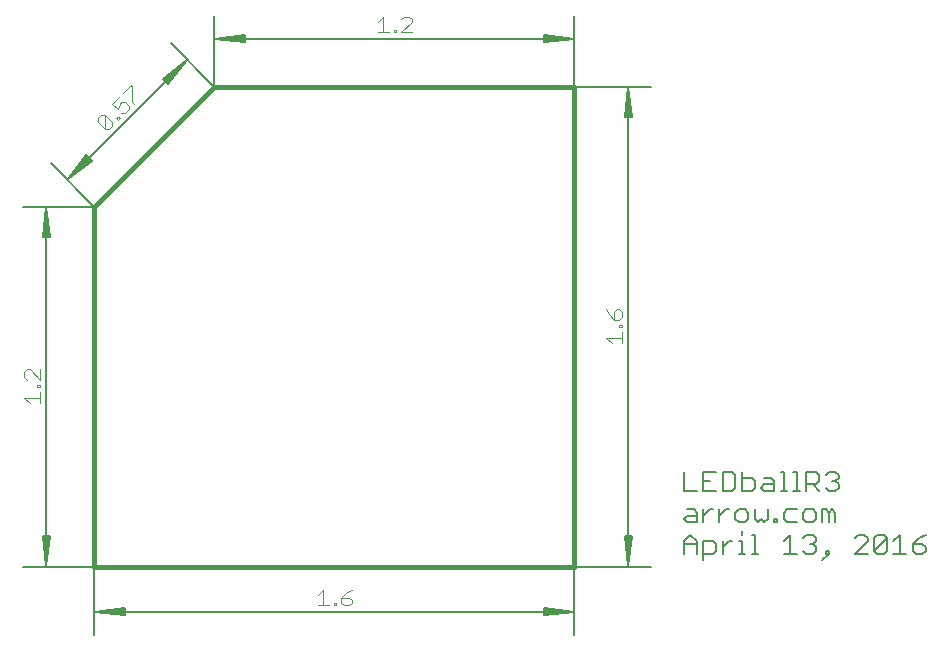
<source format=gm1>
G75*
%MOIN*%
%OFA0B0*%
%FSLAX25Y25*%
%IPPOS*%
%LPD*%
%AMOC8*
5,1,8,0,0,1.08239X$1,22.5*
%
%ADD10C,0.01600*%
%ADD11C,0.00512*%
%ADD12C,0.00400*%
%ADD13C,0.00600*%
D10*
X0026378Y0023933D02*
X0186378Y0023933D01*
X0186378Y0183933D01*
X0066378Y0183933D01*
X0026378Y0143933D01*
X0026378Y0023933D01*
D11*
X0026378Y0001256D01*
X0026634Y0008933D02*
X0036615Y0007909D01*
X0036615Y0007676D02*
X0026634Y0008933D01*
X0036615Y0009957D01*
X0036615Y0010190D02*
X0036615Y0007676D01*
X0036615Y0008421D02*
X0026634Y0008933D01*
X0036615Y0009445D01*
X0036615Y0010190D02*
X0026634Y0008933D01*
X0186123Y0008933D01*
X0176142Y0007909D01*
X0176142Y0007676D02*
X0186123Y0008933D01*
X0176142Y0009957D01*
X0176142Y0010190D02*
X0176142Y0007676D01*
X0176142Y0008421D02*
X0186123Y0008933D01*
X0176142Y0009445D01*
X0176142Y0010190D02*
X0186123Y0008933D01*
X0186378Y0001256D02*
X0186378Y0023933D01*
X0212056Y0023933D01*
X0204378Y0024189D02*
X0205402Y0034169D01*
X0205635Y0034169D02*
X0204378Y0024189D01*
X0203355Y0034169D01*
X0203122Y0034169D02*
X0205635Y0034169D01*
X0204890Y0034169D02*
X0204378Y0024189D01*
X0203867Y0034169D01*
X0203122Y0034169D02*
X0204378Y0024189D01*
X0204378Y0183677D01*
X0205402Y0173697D01*
X0205635Y0173697D02*
X0204378Y0183677D01*
X0203355Y0173697D01*
X0203122Y0173697D02*
X0205635Y0173697D01*
X0204890Y0173697D02*
X0204378Y0183677D01*
X0203867Y0173697D01*
X0203122Y0173697D02*
X0204378Y0183677D01*
X0212056Y0183933D02*
X0186378Y0183933D01*
X0186378Y0207610D01*
X0186123Y0199933D02*
X0176142Y0200957D01*
X0176142Y0201190D02*
X0176142Y0198676D01*
X0186123Y0199933D01*
X0176142Y0198909D01*
X0176142Y0199421D02*
X0186123Y0199933D01*
X0176142Y0200445D01*
X0176142Y0201190D02*
X0186123Y0199933D01*
X0066634Y0199933D01*
X0076615Y0198909D01*
X0076615Y0198676D02*
X0066634Y0199933D01*
X0076615Y0200957D01*
X0076615Y0201190D02*
X0076615Y0198676D01*
X0076615Y0199421D02*
X0066634Y0199933D01*
X0076615Y0200445D01*
X0076615Y0201190D02*
X0066634Y0199933D01*
X0066378Y0207610D02*
X0066378Y0183933D01*
X0051950Y0198362D01*
X0057198Y0192752D02*
X0050864Y0184971D01*
X0051029Y0184806D02*
X0057198Y0192752D01*
X0049417Y0186419D01*
X0049252Y0186584D02*
X0051029Y0184806D01*
X0050502Y0185333D02*
X0057198Y0192752D01*
X0049778Y0186057D01*
X0049252Y0186584D02*
X0057198Y0192752D01*
X0017559Y0153114D01*
X0025340Y0159447D01*
X0025505Y0159282D02*
X0017559Y0153114D01*
X0023893Y0160895D01*
X0023728Y0161060D02*
X0025505Y0159282D01*
X0024978Y0159809D02*
X0017559Y0153114D01*
X0024255Y0160533D01*
X0023728Y0161060D02*
X0017559Y0153114D01*
X0011950Y0158362D02*
X0026378Y0143933D01*
X0002701Y0143933D01*
X0010378Y0143677D02*
X0011402Y0133697D01*
X0011635Y0133697D02*
X0010378Y0143677D01*
X0009355Y0133697D01*
X0009122Y0133697D02*
X0011635Y0133697D01*
X0010890Y0133697D02*
X0010378Y0143677D01*
X0009867Y0133697D01*
X0009122Y0133697D02*
X0010378Y0143677D01*
X0010378Y0024189D01*
X0011402Y0034169D01*
X0011635Y0034169D02*
X0010378Y0024189D01*
X0009355Y0034169D01*
X0009122Y0034169D02*
X0011635Y0034169D01*
X0010890Y0034169D02*
X0010378Y0024189D01*
X0009867Y0034169D01*
X0009122Y0034169D02*
X0010378Y0024189D01*
X0002701Y0023933D02*
X0026378Y0023933D01*
D12*
X0101009Y0014515D02*
X0102743Y0016249D01*
X0102743Y0011045D01*
X0101009Y0011045D02*
X0104478Y0011045D01*
X0106165Y0011045D02*
X0107032Y0011045D01*
X0107032Y0011912D01*
X0106165Y0011912D01*
X0106165Y0011045D01*
X0108743Y0011912D02*
X0108743Y0013647D01*
X0111345Y0013647D01*
X0112213Y0012780D01*
X0112213Y0011912D01*
X0111345Y0011045D01*
X0109611Y0011045D01*
X0108743Y0011912D01*
X0108743Y0013647D02*
X0110478Y0015382D01*
X0112213Y0016249D01*
X0008267Y0078563D02*
X0008267Y0082033D01*
X0008267Y0083720D02*
X0008267Y0084587D01*
X0007399Y0084587D01*
X0007399Y0083720D01*
X0008267Y0083720D01*
X0008267Y0080298D02*
X0003062Y0080298D01*
X0004797Y0078563D01*
X0003930Y0086298D02*
X0003062Y0087165D01*
X0003062Y0088900D01*
X0003930Y0089767D01*
X0004797Y0089767D01*
X0008267Y0086298D01*
X0008267Y0089767D01*
X0029934Y0169702D02*
X0029934Y0174609D01*
X0032388Y0172155D01*
X0032388Y0170929D01*
X0031161Y0169702D01*
X0029934Y0169702D01*
X0027481Y0172155D01*
X0027481Y0173382D01*
X0028707Y0174609D01*
X0029934Y0174609D01*
X0033580Y0173348D02*
X0034194Y0173961D01*
X0034807Y0173348D01*
X0034194Y0172735D01*
X0033580Y0173348D01*
X0035403Y0175171D02*
X0036630Y0175171D01*
X0037857Y0176398D01*
X0037857Y0177625D01*
X0036630Y0178851D01*
X0035403Y0178851D01*
X0034790Y0178238D01*
X0034177Y0176398D01*
X0032337Y0178238D01*
X0034790Y0180691D01*
X0035983Y0181884D02*
X0038436Y0184337D01*
X0039049Y0183724D01*
X0039049Y0178817D01*
X0039663Y0178204D01*
X0121009Y0202045D02*
X0124478Y0202045D01*
X0126165Y0202045D02*
X0127032Y0202045D01*
X0127032Y0202912D01*
X0126165Y0202912D01*
X0126165Y0202045D01*
X0128743Y0202045D02*
X0132213Y0205515D01*
X0132213Y0206382D01*
X0131345Y0207249D01*
X0129611Y0207249D01*
X0128743Y0206382D01*
X0128743Y0202045D02*
X0132213Y0202045D01*
X0122743Y0202045D02*
X0122743Y0207249D01*
X0121009Y0205515D01*
X0197062Y0109767D02*
X0197930Y0108033D01*
X0199664Y0106298D01*
X0199664Y0108900D01*
X0200532Y0109767D01*
X0201399Y0109767D01*
X0202267Y0108900D01*
X0202267Y0107165D01*
X0201399Y0106298D01*
X0199664Y0106298D01*
X0201399Y0104587D02*
X0202267Y0104587D01*
X0202267Y0103720D01*
X0201399Y0103720D01*
X0201399Y0104587D01*
X0202267Y0102033D02*
X0202267Y0098563D01*
X0202267Y0100298D02*
X0197062Y0100298D01*
X0198797Y0098563D01*
D13*
X0222878Y0055639D02*
X0222878Y0049233D01*
X0227149Y0049233D01*
X0229324Y0049233D02*
X0233594Y0049233D01*
X0235769Y0049233D02*
X0238972Y0049233D01*
X0240040Y0050301D01*
X0240040Y0054571D01*
X0238972Y0055639D01*
X0235769Y0055639D01*
X0235769Y0049233D01*
X0231459Y0052436D02*
X0229324Y0052436D01*
X0229324Y0055639D02*
X0229324Y0049233D01*
X0229324Y0043003D02*
X0229324Y0038733D01*
X0229324Y0040868D02*
X0231459Y0043003D01*
X0232527Y0043003D01*
X0234695Y0043003D02*
X0234695Y0038733D01*
X0234695Y0040868D02*
X0236830Y0043003D01*
X0237898Y0043003D01*
X0240066Y0041936D02*
X0240066Y0039801D01*
X0241134Y0038733D01*
X0243269Y0038733D01*
X0244337Y0039801D01*
X0244337Y0041936D01*
X0243269Y0043003D01*
X0241134Y0043003D01*
X0240066Y0041936D01*
X0246512Y0043003D02*
X0246512Y0039801D01*
X0247580Y0038733D01*
X0248647Y0039801D01*
X0249715Y0038733D01*
X0250782Y0039801D01*
X0250782Y0043003D01*
X0252957Y0039801D02*
X0254025Y0039801D01*
X0254025Y0038733D01*
X0252957Y0038733D01*
X0252957Y0039801D01*
X0256180Y0039801D02*
X0257248Y0038733D01*
X0260451Y0038733D01*
X0262626Y0039801D02*
X0262626Y0041936D01*
X0263693Y0043003D01*
X0265828Y0043003D01*
X0266896Y0041936D01*
X0266896Y0039801D01*
X0265828Y0038733D01*
X0263693Y0038733D01*
X0262626Y0039801D01*
X0260451Y0043003D02*
X0257248Y0043003D01*
X0256180Y0041936D01*
X0256180Y0039801D01*
X0258315Y0034639D02*
X0258315Y0028233D01*
X0256180Y0028233D02*
X0260451Y0028233D01*
X0262626Y0029301D02*
X0263693Y0028233D01*
X0265828Y0028233D01*
X0266896Y0029301D01*
X0266896Y0030368D01*
X0265828Y0031436D01*
X0264761Y0031436D01*
X0265828Y0031436D02*
X0266896Y0032503D01*
X0266896Y0033571D01*
X0265828Y0034639D01*
X0263693Y0034639D01*
X0262626Y0033571D01*
X0258315Y0034639D02*
X0256180Y0032503D01*
X0247573Y0028233D02*
X0245438Y0028233D01*
X0246505Y0028233D02*
X0246505Y0034639D01*
X0245438Y0034639D01*
X0242208Y0034639D02*
X0242208Y0035706D01*
X0242208Y0032503D02*
X0242208Y0028233D01*
X0241141Y0028233D02*
X0243276Y0028233D01*
X0242208Y0032503D02*
X0241141Y0032503D01*
X0238972Y0032503D02*
X0237905Y0032503D01*
X0235769Y0030368D01*
X0235769Y0028233D02*
X0235769Y0032503D01*
X0233594Y0031436D02*
X0233594Y0029301D01*
X0232527Y0028233D01*
X0229324Y0028233D01*
X0229324Y0026098D02*
X0229324Y0032503D01*
X0232527Y0032503D01*
X0233594Y0031436D01*
X0227149Y0031436D02*
X0222878Y0031436D01*
X0222878Y0032503D02*
X0222878Y0028233D01*
X0227149Y0028233D02*
X0227149Y0032503D01*
X0225014Y0034639D01*
X0222878Y0032503D01*
X0223946Y0038733D02*
X0222878Y0039801D01*
X0223946Y0040868D01*
X0227149Y0040868D01*
X0227149Y0041936D02*
X0227149Y0038733D01*
X0223946Y0038733D01*
X0227149Y0041936D02*
X0226081Y0043003D01*
X0223946Y0043003D01*
X0229324Y0055639D02*
X0233594Y0055639D01*
X0242215Y0055639D02*
X0242215Y0049233D01*
X0245418Y0049233D01*
X0246485Y0050301D01*
X0246485Y0052436D01*
X0245418Y0053503D01*
X0242215Y0053503D01*
X0248660Y0050301D02*
X0249728Y0051368D01*
X0252931Y0051368D01*
X0252931Y0052436D02*
X0252931Y0049233D01*
X0249728Y0049233D01*
X0248660Y0050301D01*
X0251863Y0053503D02*
X0252931Y0052436D01*
X0251863Y0053503D02*
X0249728Y0053503D01*
X0255106Y0055639D02*
X0256174Y0055639D01*
X0256174Y0049233D01*
X0257241Y0049233D02*
X0255106Y0049233D01*
X0259403Y0049233D02*
X0261538Y0049233D01*
X0260471Y0049233D02*
X0260471Y0055639D01*
X0259403Y0055639D01*
X0263700Y0055639D02*
X0266903Y0055639D01*
X0267970Y0054571D01*
X0267970Y0052436D01*
X0266903Y0051368D01*
X0263700Y0051368D01*
X0263700Y0049233D02*
X0263700Y0055639D01*
X0265835Y0051368D02*
X0267970Y0049233D01*
X0270145Y0050301D02*
X0271213Y0049233D01*
X0273348Y0049233D01*
X0274416Y0050301D01*
X0274416Y0051368D01*
X0273348Y0052436D01*
X0272281Y0052436D01*
X0273348Y0052436D02*
X0274416Y0053503D01*
X0274416Y0054571D01*
X0273348Y0055639D01*
X0271213Y0055639D01*
X0270145Y0054571D01*
X0270139Y0043003D02*
X0271206Y0041936D01*
X0272274Y0043003D01*
X0273342Y0041936D01*
X0273342Y0038733D01*
X0271206Y0038733D02*
X0271206Y0041936D01*
X0270139Y0043003D02*
X0269071Y0043003D01*
X0269071Y0038733D01*
X0279814Y0033571D02*
X0280881Y0034639D01*
X0283016Y0034639D01*
X0284084Y0033571D01*
X0284084Y0032503D01*
X0279814Y0028233D01*
X0284084Y0028233D01*
X0286259Y0029301D02*
X0290530Y0033571D01*
X0290530Y0029301D01*
X0289462Y0028233D01*
X0287327Y0028233D01*
X0286259Y0029301D01*
X0286259Y0033571D01*
X0287327Y0034639D01*
X0289462Y0034639D01*
X0290530Y0033571D01*
X0292705Y0032503D02*
X0294840Y0034639D01*
X0294840Y0028233D01*
X0292705Y0028233D02*
X0296975Y0028233D01*
X0299150Y0029301D02*
X0300218Y0028233D01*
X0302353Y0028233D01*
X0303420Y0029301D01*
X0303420Y0030368D01*
X0302353Y0031436D01*
X0299150Y0031436D01*
X0299150Y0029301D01*
X0299150Y0031436D02*
X0301285Y0033571D01*
X0303420Y0034639D01*
X0271206Y0029301D02*
X0270139Y0029301D01*
X0270139Y0028233D01*
X0271206Y0028233D01*
X0271206Y0029301D01*
X0271206Y0028233D02*
X0269071Y0026098D01*
M02*

</source>
